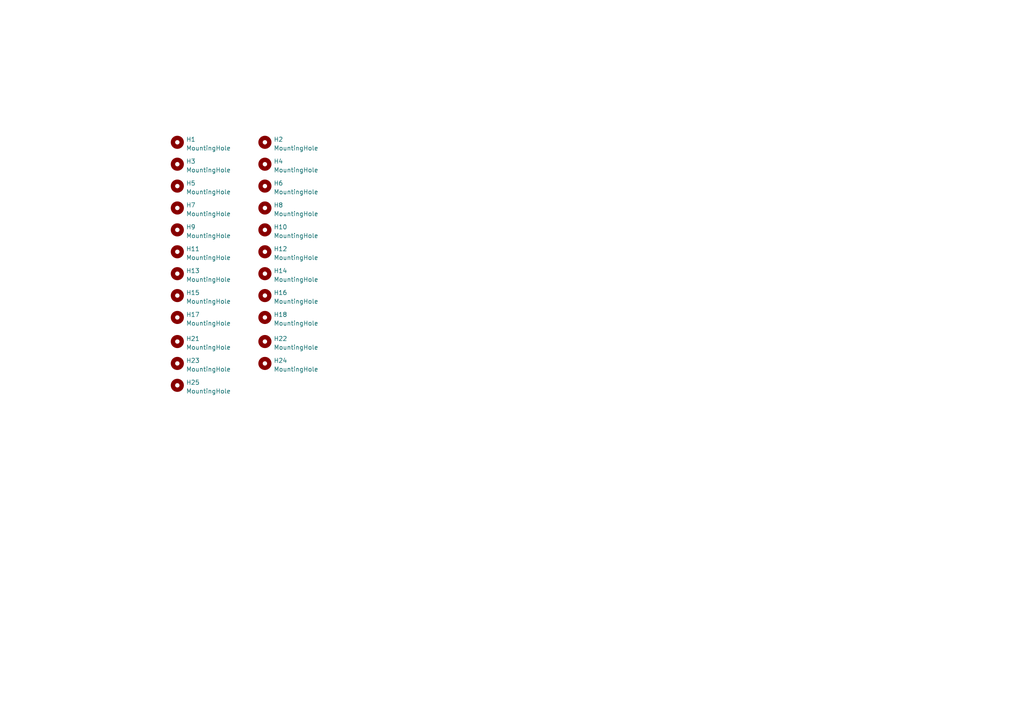
<source format=kicad_sch>
(kicad_sch (version 20230121) (generator eeschema)
  (paper "A4")
  (lib_symbols
    (symbol "Mechanical:MountingHole" (pin_names (offset 1.016))
      (property "Reference" "H" (at 0 5.08 0))
      (property "Value" "MountingHole" (at 0 3.175 0))
      (symbol "MountingHole_0_1"
        (circle (center 0 0) (radius 1.27) (stroke (width 1.27)))
      )
    )
  )
  (symbol (lib_id "Mechanical:MountingHole") (at 76.835 41.275 0) (unit 1)
    (property "Reference" "H2" (at 79.375 40.4403 0) (effects (justify left)))
    (property "Value" "MountingHole" (at 79.375 42.9772 0) (effects (justify left)))
    (property "Footprint" "cipulot_parts:HOLE_M2" (effects hide))
    (instances (project "the-nicholas-van" (path "" (reference "H2") (unit 1)) (path "" (reference "H2") (unit 1))) (project "mounting holes" (path "" (reference "H2") (unit 1))) (project "travaulta" (path "" (reference "H9") (unit 1))) (project "EC60" (path "" (reference "H1") (unit 1))) (project "ampersand" (path "" (reference "H2") (unit 1))) (project "forti EC" (path "" (reference "H2") (unit 1))))
  )
  (symbol (lib_id "Mechanical:MountingHole") (at 51.435 85.725 0) (unit 1)
    (property "Reference" "H15" (at 53.975 84.8903 0) (effects (justify left)))
    (property "Value" "MountingHole" (at 53.975 87.4272 0) (effects (justify left)))
    (property "Footprint" "cipulot_parts:HOLE_M2" (effects hide))
    (instances (project "the-nicholas-van" (path "" (reference "H15") (unit 1)) (path "" (reference "H15") (unit 1))) (project "mounting holes" (path "" (reference "H15") (unit 1))) (project "travaulta" (path "" (reference "H8") (unit 1))) (project "EC60" (path "" (reference "H1") (unit 1))) (project "ampersand" (path "" (reference "H15") (unit 1))) (project "forti EC" (path "" (reference "H15") (unit 1))))
  )
  (symbol (lib_id "Mechanical:MountingHole") (at 51.435 111.76 0) (unit 1)
    (property "Reference" "H25" (at 53.975 110.9253 0) (effects (justify left)))
    (property "Value" "MountingHole" (at 53.975 113.4622 0) (effects (justify left)))
    (property "Footprint" "cipulot_parts:HOLE_M2" (effects hide))
    (instances (project "the-nicholas-van" (path "" (reference "H25") (unit 1)) (path "" (reference "H25") (unit 1))) (project "mounting holes" (path "" (reference "H25") (unit 1))) (project "travaulta" (path "" (reference "H8") (unit 1))) (project "EC60" (path "" (reference "H1") (unit 1))) (project "ampersand" (path "" (reference "H25") (unit 1))) (project "forti EC" (path "" (reference "H25") (unit 1))))
  )
  (symbol (lib_id "Mechanical:MountingHole") (at 51.435 60.325 0) (unit 1)
    (property "Reference" "H7" (at 53.975 59.4903 0) (effects (justify left)))
    (property "Value" "MountingHole" (at 53.975 62.0272 0) (effects (justify left)))
    (property "Footprint" "cipulot_parts:HOLE_M2" (effects hide))
    (instances (project "the-nicholas-van" (path "" (reference "H7") (unit 1)) (path "" (reference "H7") (unit 1))) (project "mounting holes" (path "" (reference "H7") (unit 1))) (project "travaulta" (path "" (reference "H4") (unit 1))) (project "EC60" (path "" (reference "H1") (unit 1))) (project "ampersand" (path "" (reference "H7") (unit 1))) (project "forti EC" (path "" (reference "H7") (unit 1))))
  )
  (symbol (lib_id "Mechanical:MountingHole") (at 51.435 99.06 0) (unit 1)
    (property "Reference" "H21" (at 53.975 98.2253 0) (effects (justify left)))
    (property "Value" "MountingHole" (at 53.975 100.7622 0) (effects (justify left)))
    (property "Footprint" "cipulot_parts:HOLE_M2" (effects hide))
    (instances (project "the-nicholas-van" (path "" (reference "H21") (unit 1)) (path "" (reference "H21") (unit 1))) (project "mounting holes" (path "" (reference "H21") (unit 1))) (project "travaulta" (path "" (reference "H6") (unit 1))) (project "EC60" (path "" (reference "H1") (unit 1))) (project "ampersand" (path "" (reference "H21") (unit 1))) (project "forti EC" (path "" (reference "H21") (unit 1))))
  )
  (symbol (lib_id "Mechanical:MountingHole") (at 51.435 41.275 0) (unit 1)
    (property "Reference" "H1" (at 53.975 40.4403 0) (effects (justify left)))
    (property "Value" "MountingHole" (at 53.975 42.9772 0) (effects (justify left)))
    (property "Footprint" "cipulot_parts:HOLE_M2" (effects hide))
  )
  (symbol (lib_id "Mechanical:MountingHole") (at 51.435 105.41 0) (unit 1)
    (property "Reference" "H23" (at 53.975 104.5753 0) (effects (justify left)))
    (property "Value" "MountingHole" (at 53.975 107.1122 0) (effects (justify left)))
    (property "Footprint" "cipulot_parts:HOLE_M2" (effects hide))
    (instances (project "the-nicholas-van" (path "" (reference "H23") (unit 1)) (path "" (reference "H23") (unit 1))) (project "mounting holes" (path "" (reference "H23") (unit 1))) (project "travaulta" (path "" (reference "H7") (unit 1))) (project "EC60" (path "" (reference "H1") (unit 1))) (project "ampersand" (path "" (reference "H23") (unit 1))) (project "forti EC" (path "" (reference "H23") (unit 1))))
  )
  (symbol (lib_id "Mechanical:MountingHole") (at 76.835 85.725 0) (unit 1)
    (property "Reference" "H16" (at 79.375 84.8903 0) (effects (justify left)))
    (property "Value" "MountingHole" (at 79.375 87.4272 0) (effects (justify left)))
    (property "Footprint" "cipulot_parts:HOLE_M2" (effects hide))
    (instances (project "the-nicholas-van" (path "" (reference "H16") (unit 1)) (path "" (reference "H16") (unit 1))) (project "mounting holes" (path "" (reference "H16") (unit 1))) (project "travaulta" (path "" (reference "H16") (unit 1))) (project "EC60" (path "" (reference "H1") (unit 1))) (project "ampersand" (path "" (reference "H16") (unit 1))) (project "forti EC" (path "" (reference "H16") (unit 1))))
  )
  (symbol (lib_id "Mechanical:MountingHole") (at 76.835 53.975 0) (unit 1)
    (property "Reference" "H6" (at 79.375 53.1403 0) (effects (justify left)))
    (property "Value" "MountingHole" (at 79.375 55.6772 0) (effects (justify left)))
    (property "Footprint" "cipulot_parts:HOLE_M2" (effects hide))
    (instances (project "the-nicholas-van" (path "" (reference "H6") (unit 1)) (path "" (reference "H6") (unit 1))) (project "mounting holes" (path "" (reference "H6") (unit 1))) (project "travaulta" (path "" (reference "H11") (unit 1))) (project "EC60" (path "" (reference "H1") (unit 1))) (project "ampersand" (path "" (reference "H6") (unit 1))) (project "forti EC" (path "" (reference "H6") (unit 1))))
  )
  (symbol (lib_id "Mechanical:MountingHole") (at 51.435 53.975 0) (unit 1)
    (property "Reference" "H5" (at 53.975 53.1403 0) (effects (justify left)))
    (property "Value" "MountingHole" (at 53.975 55.6772 0) (effects (justify left)))
    (property "Footprint" "cipulot_parts:HOLE_M2" (effects hide))
    (instances (project "the-nicholas-van" (path "" (reference "H5") (unit 1)) (path "" (reference "H5") (unit 1))) (project "mounting holes" (path "" (reference "H5") (unit 1))) (project "travaulta" (path "" (reference "H3") (unit 1))) (project "EC60" (path "" (reference "H1") (unit 1))) (project "ampersand" (path "" (reference "H5") (unit 1))) (project "forti EC" (path "" (reference "H5") (unit 1))))
  )
  (symbol (lib_id "Mechanical:MountingHole") (at 76.835 99.06 0) (unit 1)
    (property "Reference" "H22" (at 79.375 98.2253 0) (effects (justify left)))
    (property "Value" "MountingHole" (at 79.375 100.7622 0) (effects (justify left)))
    (property "Footprint" "cipulot_parts:HOLE_M2" (effects hide))
    (instances (project "the-nicholas-van" (path "" (reference "H22") (unit 1)) (path "" (reference "H22") (unit 1))) (project "mounting holes" (path "" (reference "H22") (unit 1))) (project "travaulta" (path "" (reference "H14") (unit 1))) (project "EC60" (path "" (reference "H1") (unit 1))) (project "ampersand" (path "" (reference "H22") (unit 1))) (project "forti EC" (path "" (reference "H22") (unit 1))))
  )
  (symbol (lib_id "Mechanical:MountingHole") (at 51.435 66.675 0) (unit 1)
    (property "Reference" "H9" (at 53.975 65.8403 0) (effects (justify left)))
    (property "Value" "MountingHole" (at 53.975 68.3772 0) (effects (justify left)))
    (property "Footprint" "cipulot_parts:HOLE_M2" (effects hide))
    (instances (project "the-nicholas-van" (path "" (reference "H9") (unit 1)) (path "" (reference "H9") (unit 1))) (project "mounting holes" (path "" (reference "H9") (unit 1))) (project "travaulta" (path "" (reference "H5") (unit 1))) (project "EC60" (path "" (reference "H1") (unit 1))) (project "ampersand" (path "" (reference "H9") (unit 1))) (project "forti EC" (path "" (reference "H9") (unit 1))))
  )
  (symbol (lib_id "Mechanical:MountingHole") (at 76.835 47.625 0) (unit 1)
    (property "Reference" "H4" (at 79.375 46.7903 0) (effects (justify left)))
    (property "Value" "MountingHole" (at 79.375 49.3272 0) (effects (justify left)))
    (property "Footprint" "cipulot_parts:HOLE_M2" (effects hide))
    (instances (project "the-nicholas-van" (path "" (reference "H4") (unit 1)) (path "" (reference "H4") (unit 1))) (project "mounting holes" (path "" (reference "H4") (unit 1))) (project "travaulta" (path "" (reference "H10") (unit 1))) (project "EC60" (path "" (reference "H1") (unit 1))) (project "ampersand" (path "" (reference "H4") (unit 1))) (project "forti EC" (path "" (reference "H4") (unit 1))))
  )
  (symbol (lib_id "Mechanical:MountingHole") (at 76.835 73.025 0) (unit 1)
    (property "Reference" "H12" (at 79.375 72.1903 0) (effects (justify left)))
    (property "Value" "MountingHole" (at 79.375 74.7272 0) (effects (justify left)))
    (property "Footprint" "cipulot_parts:HOLE_M2" (effects hide))
    (instances (project "the-nicholas-van" (path "" (reference "H12") (unit 1)) (path "" (reference "H12") (unit 1))) (project "mounting holes" (path "" (reference "H12") (unit 1))) (project "travaulta" (path "" (reference "H14") (unit 1))) (project "EC60" (path "" (reference "H1") (unit 1))) (project "ampersand" (path "" (reference "H12") (unit 1))) (project "forti EC" (path "" (reference "H12") (unit 1))))
  )
  (symbol (lib_id "Mechanical:MountingHole") (at 76.835 92.075 0) (unit 1)
    (property "Reference" "H18" (at 79.375 91.2403 0) (effects (justify left)))
    (property "Value" "MountingHole" (at 79.375 93.7772 0) (effects (justify left)))
    (property "Footprint" "cipulot_parts:HOLE_M2" (effects hide))
    (instances (project "the-nicholas-van" (path "" (reference "H18") (unit 1)) (path "" (reference "H18") (unit 1))) (project "mounting holes" (path "" (reference "H18") (unit 1))) (project "travaulta" (path "" (reference "H17") (unit 1))) (project "EC60" (path "" (reference "H1") (unit 1))) (project "ampersand" (path "" (reference "H18") (unit 1))) (project "forti EC" (path "" (reference "H18") (unit 1))))
  )
  (symbol (lib_id "Mechanical:MountingHole") (at 76.835 105.41 0) (unit 1)
    (property "Reference" "H24" (at 79.375 104.5753 0) (effects (justify left)))
    (property "Value" "MountingHole" (at 79.375 107.1122 0) (effects (justify left)))
    (property "Footprint" "cipulot_parts:HOLE_M2" (effects hide))
    (instances (project "the-nicholas-van" (path "" (reference "H24") (unit 1)) (path "" (reference "H24") (unit 1))) (project "mounting holes" (path "" (reference "H24") (unit 1))) (project "travaulta" (path "" (reference "H15") (unit 1))) (project "EC60" (path "" (reference "H1") (unit 1))) (project "ampersand" (path "" (reference "H24") (unit 1))) (project "forti EC" (path "" (reference "H24") (unit 1))))
  )
  (symbol (lib_id "Mechanical:MountingHole") (at 51.435 47.625 0) (unit 1)
    (property "Reference" "H3" (at 53.975 46.7903 0) (effects (justify left)))
    (property "Value" "MountingHole" (at 53.975 49.3272 0) (effects (justify left)))
    (property "Footprint" "cipulot_parts:HOLE_M2" (effects hide))
    (instances (project "the-nicholas-van" (path "" (reference "H3") (unit 1)) (path "" (reference "H3") (unit 1))) (project "mounting holes" (path "" (reference "H3") (unit 1))) (project "travaulta" (path "" (reference "H2") (unit 1))) (project "EC60" (path "" (reference "H1") (unit 1))) (project "ampersand" (path "" (reference "H3") (unit 1))) (project "forti EC" (path "" (reference "H3") (unit 1))))
  )
  (symbol (lib_id "Mechanical:MountingHole") (at 51.435 79.375 0) (unit 1)
    (property "Reference" "H13" (at 53.975 78.5403 0) (effects (justify left)))
    (property "Value" "MountingHole" (at 53.975 81.0772 0) (effects (justify left)))
    (property "Footprint" "cipulot_parts:HOLE_M2" (effects hide))
    (instances (project "the-nicholas-van" (path "" (reference "H13") (unit 1)) (path "" (reference "H13") (unit 1))) (project "mounting holes" (path "" (reference "H13") (unit 1))) (project "travaulta" (path "" (reference "H7") (unit 1))) (project "EC60" (path "" (reference "H1") (unit 1))) (project "ampersand" (path "" (reference "H13") (unit 1))) (project "forti EC" (path "" (reference "H13") (unit 1))))
  )
  (symbol (lib_id "Mechanical:MountingHole") (at 51.435 92.075 0) (unit 1)
    (property "Reference" "H17" (at 53.975 91.2403 0) (effects (justify left)))
    (property "Value" "MountingHole" (at 53.975 93.7772 0) (effects (justify left)))
    (property "Footprint" "cipulot_parts:HOLE_M2" (effects hide))
    (instances (project "the-nicholas-van" (path "" (reference "H17") (unit 1)) (path "" (reference "H17") (unit 1))) (project "mounting holes" (path "" (reference "H17") (unit 1))) (project "travaulta" (path "" (reference "H17") (unit 1))) (project "EC60" (path "" (reference "H1") (unit 1))) (project "ampersand" (path "" (reference "H17") (unit 1))) (project "forti EC" (path "" (reference "H17") (unit 1))))
  )
  (symbol (lib_id "Mechanical:MountingHole") (at 76.835 60.325 0) (unit 1)
    (property "Reference" "H8" (at 79.375 59.4903 0) (effects (justify left)))
    (property "Value" "MountingHole" (at 79.375 62.0272 0) (effects (justify left)))
    (property "Footprint" "cipulot_parts:HOLE_M2" (effects hide))
    (instances (project "the-nicholas-van" (path "" (reference "H8") (unit 1)) (path "" (reference "H8") (unit 1))) (project "mounting holes" (path "" (reference "H8") (unit 1))) (project "travaulta" (path "" (reference "H12") (unit 1))) (project "EC60" (path "" (reference "H1") (unit 1))) (project "ampersand" (path "" (reference "H8") (unit 1))) (project "forti EC" (path "" (reference "H8") (unit 1))))
  )
  (symbol (lib_id "Mechanical:MountingHole") (at 76.835 79.375 0) (unit 1)
    (property "Reference" "H14" (at 79.375 78.5403 0) (effects (justify left)))
    (property "Value" "MountingHole" (at 79.375 81.0772 0) (effects (justify left)))
    (property "Footprint" "cipulot_parts:HOLE_M2" (effects hide))
    (instances (project "the-nicholas-van" (path "" (reference "H14") (unit 1)) (path "" (reference "H14") (unit 1))) (project "mounting holes" (path "" (reference "H14") (unit 1))) (project "travaulta" (path "" (reference "H15") (unit 1))) (project "EC60" (path "" (reference "H1") (unit 1))) (project "ampersand" (path "" (reference "H14") (unit 1))) (project "forti EC" (path "" (reference "H14") (unit 1))))
  )
  (symbol (lib_id "Mechanical:MountingHole") (at 51.435 73.025 0) (unit 1)
    (property "Reference" "H11" (at 53.975 72.1903 0) (effects (justify left)))
    (property "Value" "MountingHole" (at 53.975 74.7272 0) (effects (justify left)))
    (property "Footprint" "cipulot_parts:HOLE_M2" (effects hide))
    (instances (project "the-nicholas-van" (path "" (reference "H11") (unit 1)) (path "" (reference "H11") (unit 1))) (project "mounting holes" (path "" (reference "H11") (unit 1))) (project "travaulta" (path "" (reference "H6") (unit 1))) (project "EC60" (path "" (reference "H1") (unit 1))) (project "ampersand" (path "" (reference "H11") (unit 1))) (project "forti EC" (path "" (reference "H11") (unit 1))))
  )
  (symbol (lib_id "Mechanical:MountingHole") (at 76.835 66.675 0) (unit 1)
    (property "Reference" "H10" (at 79.375 65.8403 0) (effects (justify left)))
    (property "Value" "MountingHole" (at 79.375 68.3772 0) (effects (justify left)))
    (property "Footprint" "cipulot_parts:HOLE_M2" (effects hide))
    (instances (project "the-nicholas-van" (path "" (reference "H10") (unit 1)) (path "" (reference "H10") (unit 1))) (project "mounting holes" (path "" (reference "H10") (unit 1))) (project "travaulta" (path "" (reference "H13") (unit 1))) (project "EC60" (path "" (reference "H1") (unit 1))) (project "ampersand" (path "" (reference "H10") (unit 1))) (project "forti EC" (path "" (reference "H10") (unit 1))))
  )
)
</source>
